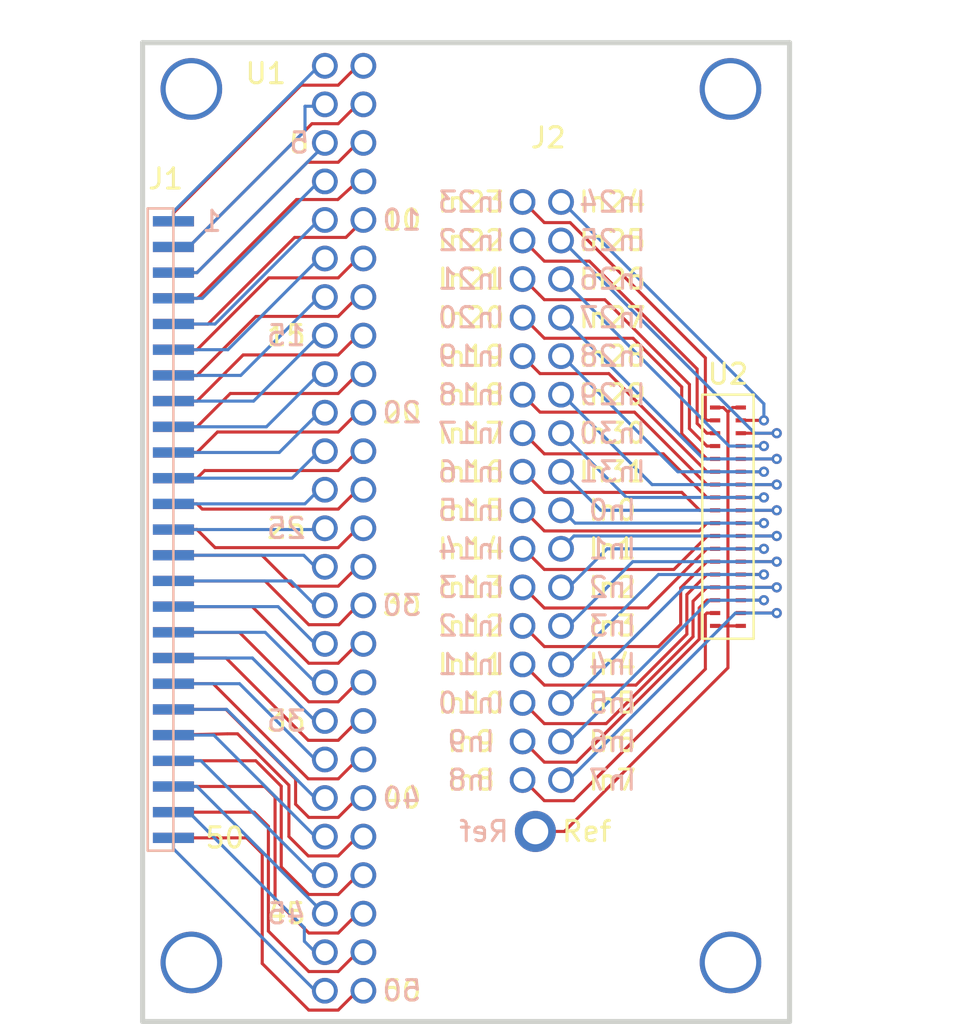
<source format=kicad_pcb>
(kicad_pcb (version 20171130) (host pcbnew "(5.1.5)-3")

  (general
    (thickness 1.6)
    (drawings 4)
    (tracks 345)
    (zones 0)
    (modules 4)
    (nets 84)
  )

  (page A4)
  (layers
    (0 F.Cu signal)
    (31 B.Cu signal)
    (32 B.Adhes user)
    (33 F.Adhes user)
    (34 B.Paste user)
    (35 F.Paste user)
    (36 B.SilkS user)
    (37 F.SilkS user)
    (38 B.Mask user)
    (39 F.Mask user)
    (40 Dwgs.User user)
    (41 Cmts.User user)
    (42 Eco1.User user)
    (43 Eco2.User user)
    (44 Edge.Cuts user)
    (45 Margin user)
    (46 B.CrtYd user)
    (47 F.CrtYd user)
    (48 B.Fab user)
    (49 F.Fab user)
  )

  (setup
    (last_trace_width 0.1524)
    (user_trace_width 0.1524)
    (trace_clearance 0.1524)
    (zone_clearance 0.508)
    (zone_45_only no)
    (trace_min 0.1524)
    (via_size 0.508)
    (via_drill 0.254)
    (via_min_size 0.127)
    (via_min_drill 0.127)
    (user_via 0.508 0.254)
    (user_via 3.048 2.54)
    (uvia_size 0.3)
    (uvia_drill 0.1016)
    (uvias_allowed no)
    (uvia_min_size 0.1016)
    (uvia_min_drill 0.1016)
    (edge_width 0.05)
    (segment_width 0.2)
    (pcb_text_width 0.3)
    (pcb_text_size 1.5 1.5)
    (mod_edge_width 0.12)
    (mod_text_size 1 1)
    (mod_text_width 0.15)
    (pad_size 1.524 1.524)
    (pad_drill 0.762)
    (pad_to_mask_clearance 0.051)
    (solder_mask_min_width 0.25)
    (aux_axis_origin 0 0)
    (visible_elements 7FFFFFFF)
    (pcbplotparams
      (layerselection 0x010fc_ffffffff)
      (usegerberextensions false)
      (usegerberattributes false)
      (usegerberadvancedattributes false)
      (creategerberjobfile false)
      (excludeedgelayer true)
      (linewidth 0.100000)
      (plotframeref false)
      (viasonmask false)
      (mode 1)
      (useauxorigin false)
      (hpglpennumber 1)
      (hpglpenspeed 20)
      (hpglpendiameter 15.000000)
      (psnegative false)
      (psa4output false)
      (plotreference true)
      (plotvalue true)
      (plotinvisibletext false)
      (padsonsilk false)
      (subtractmaskfromsilk false)
      (outputformat 1)
      (mirror false)
      (drillshape 1)
      (scaleselection 1)
      (outputdirectory ""))
  )

  (net 0 "")
  (net 1 /1)
  (net 2 /3)
  (net 3 /5)
  (net 4 /7)
  (net 5 /9)
  (net 6 /11)
  (net 7 /13)
  (net 8 /15)
  (net 9 /17)
  (net 10 /19)
  (net 11 /21)
  (net 12 /23)
  (net 13 /25)
  (net 14 /27)
  (net 15 /29)
  (net 16 /31)
  (net 17 /33)
  (net 18 /35)
  (net 19 /37)
  (net 20 /39)
  (net 21 /41)
  (net 22 /43)
  (net 23 /45)
  (net 24 /47)
  (net 25 /49)
  (net 26 /2)
  (net 27 /4)
  (net 28 /6)
  (net 29 /8)
  (net 30 /10)
  (net 31 /12)
  (net 32 /14)
  (net 33 /16)
  (net 34 /18)
  (net 35 /20)
  (net 36 /22)
  (net 37 /24)
  (net 38 /26)
  (net 39 /28)
  (net 40 /30)
  (net 41 /32)
  (net 42 /34)
  (net 43 /36)
  (net 44 /38)
  (net 45 /40)
  (net 46 /42)
  (net 47 /44)
  (net 48 /46)
  (net 49 /48)
  (net 50 /50)
  (net 51 "Net-(J2-Pad1)")
  (net 52 "Net-(J2-Pad2)")
  (net 53 "Net-(J2-Pad3)")
  (net 54 "Net-(J2-Pad4)")
  (net 55 "Net-(J2-Pad5)")
  (net 56 "Net-(J2-Pad6)")
  (net 57 "Net-(J2-Pad7)")
  (net 58 "Net-(J2-Pad8)")
  (net 59 "Net-(J2-Pad9)")
  (net 60 "Net-(J2-Pad10)")
  (net 61 "Net-(J2-Pad11)")
  (net 62 "Net-(J2-Pad12)")
  (net 63 "Net-(J2-Pad13)")
  (net 64 "Net-(J2-Pad14)")
  (net 65 "Net-(J2-Pad15)")
  (net 66 "Net-(J2-Pad16)")
  (net 67 /In_16)
  (net 68 /In_17)
  (net 69 /In_18)
  (net 70 /In_19)
  (net 71 /In_20)
  (net 72 /In_21)
  (net 73 /In_22)
  (net 74 /In_23)
  (net 75 /In_24)
  (net 76 /In_25)
  (net 77 /In_26)
  (net 78 /In_27)
  (net 79 /In_28)
  (net 80 /In_29)
  (net 81 /In_30)
  (net 82 /In_31)
  (net 83 /Ref)

  (net_class Default "This is the default net class."
    (clearance 0.1524)
    (trace_width 0.1524)
    (via_dia 0.508)
    (via_drill 0.254)
    (uvia_dia 0.3)
    (uvia_drill 0.1016)
    (add_net /1)
    (add_net /10)
    (add_net /11)
    (add_net /12)
    (add_net /13)
    (add_net /14)
    (add_net /15)
    (add_net /16)
    (add_net /17)
    (add_net /18)
    (add_net /19)
    (add_net /2)
    (add_net /20)
    (add_net /21)
    (add_net /22)
    (add_net /23)
    (add_net /24)
    (add_net /25)
    (add_net /26)
    (add_net /27)
    (add_net /28)
    (add_net /29)
    (add_net /3)
    (add_net /30)
    (add_net /31)
    (add_net /32)
    (add_net /33)
    (add_net /34)
    (add_net /35)
    (add_net /36)
    (add_net /37)
    (add_net /38)
    (add_net /39)
    (add_net /4)
    (add_net /40)
    (add_net /41)
    (add_net /42)
    (add_net /43)
    (add_net /44)
    (add_net /45)
    (add_net /46)
    (add_net /47)
    (add_net /48)
    (add_net /49)
    (add_net /5)
    (add_net /50)
    (add_net /6)
    (add_net /7)
    (add_net /8)
    (add_net /9)
    (add_net /In_16)
    (add_net /In_17)
    (add_net /In_18)
    (add_net /In_19)
    (add_net /In_20)
    (add_net /In_21)
    (add_net /In_22)
    (add_net /In_23)
    (add_net /In_24)
    (add_net /In_25)
    (add_net /In_26)
    (add_net /In_27)
    (add_net /In_28)
    (add_net /In_29)
    (add_net /In_30)
    (add_net /In_31)
    (add_net /Ref)
    (add_net "Net-(J2-Pad1)")
    (add_net "Net-(J2-Pad10)")
    (add_net "Net-(J2-Pad11)")
    (add_net "Net-(J2-Pad12)")
    (add_net "Net-(J2-Pad13)")
    (add_net "Net-(J2-Pad14)")
    (add_net "Net-(J2-Pad15)")
    (add_net "Net-(J2-Pad16)")
    (add_net "Net-(J2-Pad2)")
    (add_net "Net-(J2-Pad3)")
    (add_net "Net-(J2-Pad4)")
    (add_net "Net-(J2-Pad5)")
    (add_net "Net-(J2-Pad6)")
    (add_net "Net-(J2-Pad7)")
    (add_net "Net-(J2-Pad8)")
    (add_net "Net-(J2-Pad9)")
  )

  (module EMG_wireless_interconnect:Samtec_xconn_point (layer F.Cu) (tedit 5FA5B720) (tstamp 5FA5D28A)
    (at 148.209 83.947)
    (path /5FA1C59E)
    (fp_text reference U1 (at -4.191 2.286) (layer F.SilkS)
      (effects (font (size 1 1) (thickness 0.15)))
    )
    (fp_text value Conn_1x50 (at 0 -0.5) (layer F.Fab)
      (effects (font (size 1 1) (thickness 0.15)))
    )
    (fp_text user 35 (at -3.175 34.29 -180) (layer B.SilkS)
      (effects (font (size 1 1) (thickness 0.15)) (justify mirror))
    )
    (fp_text user 25 (at -3.175 24.765 -180) (layer B.SilkS)
      (effects (font (size 1 1) (thickness 0.15)) (justify mirror))
    )
    (fp_text user 5 (at -2.54 5.715 -180) (layer B.SilkS)
      (effects (font (size 1 1) (thickness 0.15)) (justify mirror))
    )
    (fp_text user 45 (at -3.175 43.815 -180) (layer B.SilkS)
      (effects (font (size 1 1) (thickness 0.15)) (justify mirror))
    )
    (fp_text user 15 (at -3.175 15.24 -180) (layer B.SilkS)
      (effects (font (size 1 1) (thickness 0.15)) (justify mirror))
    )
    (fp_text user 30 (at 2.54 28.575 180) (layer B.SilkS)
      (effects (font (size 1 1) (thickness 0.15)) (justify mirror))
    )
    (fp_text user 20 (at 2.54 19.05 180) (layer B.SilkS)
      (effects (font (size 1 1) (thickness 0.15)) (justify mirror))
    )
    (fp_text user 10 (at 2.54 9.525 180) (layer B.SilkS)
      (effects (font (size 1 1) (thickness 0.15)) (justify mirror))
    )
    (fp_text user 40 (at 2.54 38.1 180) (layer B.SilkS)
      (effects (font (size 1 1) (thickness 0.15)) (justify mirror))
    )
    (fp_text user 50 (at 2.54 47.625 180) (layer B.SilkS)
      (effects (font (size 1 1) (thickness 0.15)) (justify mirror))
    )
    (fp_text user 5 (at -2.54 5.715) (layer F.SilkS)
      (effects (font (size 1 1) (thickness 0.15)))
    )
    (fp_text user 15 (at -3.175 15.24) (layer F.SilkS)
      (effects (font (size 1 1) (thickness 0.15)))
    )
    (fp_text user 25 (at -3.175 24.765) (layer F.SilkS)
      (effects (font (size 1 1) (thickness 0.15)))
    )
    (fp_text user 35 (at -3.175 34.29) (layer F.SilkS)
      (effects (font (size 1 1) (thickness 0.15)))
    )
    (fp_text user 45 (at -3.175 43.815) (layer F.SilkS)
      (effects (font (size 1 1) (thickness 0.15)))
    )
    (fp_text user 50 (at 2.54 47.625) (layer F.SilkS)
      (effects (font (size 1 1) (thickness 0.15)))
    )
    (fp_text user 40 (at 2.54 38.1) (layer F.SilkS)
      (effects (font (size 1 1) (thickness 0.15)))
    )
    (fp_text user 30 (at 2.54 28.575) (layer F.SilkS)
      (effects (font (size 1 1) (thickness 0.15)))
    )
    (fp_text user 20 (at 2.54 19.05) (layer F.SilkS)
      (effects (font (size 1 1) (thickness 0.15)))
    )
    (fp_text user 10 (at 2.54 9.525) (layer F.SilkS)
      (effects (font (size 1 1) (thickness 0.15)))
    )
    (pad 50 thru_hole circle (at 0.635 47.625) (size 1.27 1.27) (drill 0.889) (layers *.Cu *.Mask)
      (net 50 /50))
    (pad 49 thru_hole circle (at -1.27 47.625) (size 1.27 1.27) (drill 0.889) (layers *.Cu *.Mask)
      (net 25 /49))
    (pad 48 thru_hole circle (at 0.635 45.72) (size 1.27 1.27) (drill 0.889) (layers *.Cu *.Mask)
      (net 49 /48))
    (pad 47 thru_hole circle (at -1.27 45.72) (size 1.27 1.27) (drill 0.889) (layers *.Cu *.Mask)
      (net 24 /47))
    (pad 46 thru_hole circle (at 0.635 43.815) (size 1.27 1.27) (drill 0.889) (layers *.Cu *.Mask)
      (net 48 /46))
    (pad 45 thru_hole circle (at -1.27 43.815) (size 1.27 1.27) (drill 0.889) (layers *.Cu *.Mask)
      (net 23 /45))
    (pad 44 thru_hole circle (at 0.635 41.91) (size 1.27 1.27) (drill 0.889) (layers *.Cu *.Mask)
      (net 47 /44))
    (pad 43 thru_hole circle (at -1.27 41.91) (size 1.27 1.27) (drill 0.889) (layers *.Cu *.Mask)
      (net 22 /43))
    (pad 42 thru_hole circle (at 0.635 40.005) (size 1.27 1.27) (drill 0.889) (layers *.Cu *.Mask)
      (net 46 /42))
    (pad 41 thru_hole circle (at -1.27 40.005) (size 1.27 1.27) (drill 0.889) (layers *.Cu *.Mask)
      (net 21 /41))
    (pad 40 thru_hole circle (at 0.635 38.1) (size 1.27 1.27) (drill 0.889) (layers *.Cu *.Mask)
      (net 45 /40))
    (pad 39 thru_hole circle (at -1.27 38.1) (size 1.27 1.27) (drill 0.889) (layers *.Cu *.Mask)
      (net 20 /39))
    (pad 38 thru_hole circle (at 0.635 36.195) (size 1.27 1.27) (drill 0.889) (layers *.Cu *.Mask)
      (net 44 /38))
    (pad 37 thru_hole circle (at -1.27 36.195) (size 1.27 1.27) (drill 0.889) (layers *.Cu *.Mask)
      (net 19 /37))
    (pad 36 thru_hole circle (at 0.635 34.29) (size 1.27 1.27) (drill 0.889) (layers *.Cu *.Mask)
      (net 43 /36))
    (pad 35 thru_hole circle (at -1.27 34.29) (size 1.27 1.27) (drill 0.889) (layers *.Cu *.Mask)
      (net 18 /35))
    (pad 34 thru_hole circle (at 0.635 32.385) (size 1.27 1.27) (drill 0.889) (layers *.Cu *.Mask)
      (net 42 /34))
    (pad 33 thru_hole circle (at -1.27 32.385) (size 1.27 1.27) (drill 0.889) (layers *.Cu *.Mask)
      (net 17 /33))
    (pad 32 thru_hole circle (at 0.635 30.48) (size 1.27 1.27) (drill 0.889) (layers *.Cu *.Mask)
      (net 41 /32))
    (pad 31 thru_hole circle (at -1.27 30.48) (size 1.27 1.27) (drill 0.889) (layers *.Cu *.Mask)
      (net 16 /31))
    (pad 30 thru_hole circle (at 0.635 28.575) (size 1.27 1.27) (drill 0.889) (layers *.Cu *.Mask)
      (net 40 /30))
    (pad 29 thru_hole circle (at -1.27 28.575) (size 1.27 1.27) (drill 0.889) (layers *.Cu *.Mask)
      (net 15 /29))
    (pad 28 thru_hole circle (at 0.635 26.67) (size 1.27 1.27) (drill 0.889) (layers *.Cu *.Mask)
      (net 39 /28))
    (pad 27 thru_hole circle (at -1.27 26.67) (size 1.27 1.27) (drill 0.889) (layers *.Cu *.Mask)
      (net 14 /27))
    (pad 26 thru_hole circle (at 0.635 24.765) (size 1.27 1.27) (drill 0.889) (layers *.Cu *.Mask)
      (net 38 /26))
    (pad 25 thru_hole circle (at -1.27 24.765) (size 1.27 1.27) (drill 0.889) (layers *.Cu *.Mask)
      (net 13 /25))
    (pad 24 thru_hole circle (at 0.635 22.86) (size 1.27 1.27) (drill 0.889) (layers *.Cu *.Mask)
      (net 37 /24))
    (pad 23 thru_hole circle (at -1.27 22.86) (size 1.27 1.27) (drill 0.889) (layers *.Cu *.Mask)
      (net 12 /23))
    (pad 22 thru_hole circle (at 0.635 20.955) (size 1.27 1.27) (drill 0.889) (layers *.Cu *.Mask)
      (net 36 /22))
    (pad 21 thru_hole circle (at -1.27 20.955) (size 1.27 1.27) (drill 0.889) (layers *.Cu *.Mask)
      (net 11 /21))
    (pad 20 thru_hole circle (at 0.635 19.05) (size 1.27 1.27) (drill 0.889) (layers *.Cu *.Mask)
      (net 35 /20))
    (pad 19 thru_hole circle (at -1.27 19.05) (size 1.27 1.27) (drill 0.889) (layers *.Cu *.Mask)
      (net 10 /19))
    (pad 18 thru_hole circle (at 0.635 17.145) (size 1.27 1.27) (drill 0.889) (layers *.Cu *.Mask)
      (net 34 /18))
    (pad 17 thru_hole circle (at -1.27 17.145) (size 1.27 1.27) (drill 0.889) (layers *.Cu *.Mask)
      (net 9 /17))
    (pad 16 thru_hole circle (at 0.635 15.24) (size 1.27 1.27) (drill 0.889) (layers *.Cu *.Mask)
      (net 33 /16))
    (pad 15 thru_hole circle (at -1.27 15.24) (size 1.27 1.27) (drill 0.889) (layers *.Cu *.Mask)
      (net 8 /15))
    (pad 14 thru_hole circle (at 0.635 13.335) (size 1.27 1.27) (drill 0.889) (layers *.Cu *.Mask)
      (net 32 /14))
    (pad 13 thru_hole circle (at -1.27 13.335) (size 1.27 1.27) (drill 0.889) (layers *.Cu *.Mask)
      (net 7 /13))
    (pad 12 thru_hole circle (at 0.635 11.43) (size 1.27 1.27) (drill 0.889) (layers *.Cu *.Mask)
      (net 31 /12))
    (pad 11 thru_hole circle (at -1.27 11.43) (size 1.27 1.27) (drill 0.889) (layers *.Cu *.Mask)
      (net 6 /11))
    (pad 10 thru_hole circle (at 0.635 9.525) (size 1.27 1.27) (drill 0.889) (layers *.Cu *.Mask)
      (net 30 /10))
    (pad 9 thru_hole circle (at -1.27 9.525) (size 1.27 1.27) (drill 0.889) (layers *.Cu *.Mask)
      (net 5 /9))
    (pad 8 thru_hole circle (at 0.635 7.62) (size 1.27 1.27) (drill 0.889) (layers *.Cu *.Mask)
      (net 29 /8))
    (pad 7 thru_hole circle (at -1.27 7.62) (size 1.27 1.27) (drill 0.889) (layers *.Cu *.Mask)
      (net 4 /7))
    (pad 6 thru_hole circle (at 0.635 5.715) (size 1.27 1.27) (drill 0.889) (layers *.Cu *.Mask)
      (net 28 /6))
    (pad 5 thru_hole circle (at -1.27 5.715) (size 1.27 1.27) (drill 0.889) (layers *.Cu *.Mask)
      (net 3 /5))
    (pad 4 thru_hole circle (at 0.635 3.81) (size 1.27 1.27) (drill 0.889) (layers *.Cu *.Mask)
      (net 27 /4))
    (pad 3 thru_hole circle (at -1.27 3.81) (size 1.27 1.27) (drill 0.889) (layers *.Cu *.Mask)
      (net 2 /3))
    (pad 2 thru_hole circle (at 0.635 1.905) (size 1.27 1.27) (drill 0.889) (layers *.Cu *.Mask)
      (net 26 /2))
    (pad 1 thru_hole circle (at -1.27 1.905) (size 1.27 1.27) (drill 0.889) (layers *.Cu *.Mask)
      (net 1 /1))
  )

  (module EMG_wireless_interconnect:Omnetics_A79026 (layer F.Cu) (tedit 5FA581A1) (tstamp 5FA59841)
    (at 166.878 102.108)
    (path /5FA1D5F9)
    (fp_text reference U2 (at 0 -1.016) (layer F.SilkS)
      (effects (font (size 1 1) (thickness 0.15)))
    )
    (fp_text value Omnetics_A79026 (at 5.334 13.462) (layer F.Fab)
      (effects (font (size 1 1) (thickness 0.15)))
    )
    (fp_line (start -1.27 12.065) (end -1.27 0) (layer F.SilkS) (width 0.12))
    (fp_line (start 1.27 12.065) (end -1.27 12.065) (layer F.SilkS) (width 0.12))
    (fp_line (start 1.27 0) (end 1.27 12.065) (layer F.SilkS) (width 0.12))
    (fp_line (start -1.27 0) (end 1.27 0) (layer F.SilkS) (width 0.12))
    (pad 36 smd rect (at 0.635 0.635) (size 0.508 0.2032) (layers F.Cu F.Paste F.Mask)
      (net 83 /Ref))
    (pad 35 smd rect (at -0.635 0.635) (size 0.508 0.2032) (layers F.Cu F.Paste F.Mask)
      (net 83 /Ref))
    (pad 34 smd rect (at -0.635 11.43) (size 0.508 0.2032) (layers F.Cu F.Paste F.Mask)
      (net 83 /Ref))
    (pad 33 smd rect (at 0.635 11.43) (size 0.508 0.2032) (layers F.Cu F.Paste F.Mask)
      (net 83 /Ref))
    (pad 7 smd rect (at 0.635 10.16) (size 0.508 0.2032) (layers F.Cu F.Paste F.Mask)
      (net 57 "Net-(J2-Pad7)"))
    (pad 6 smd rect (at 0.635 9.525) (size 0.508 0.2032) (layers F.Cu F.Paste F.Mask)
      (net 56 "Net-(J2-Pad6)"))
    (pad 5 smd rect (at 0.635 8.89) (size 0.508 0.2032) (layers F.Cu F.Paste F.Mask)
      (net 55 "Net-(J2-Pad5)"))
    (pad 4 smd rect (at 0.635 8.255) (size 0.508 0.2032) (layers F.Cu F.Paste F.Mask)
      (net 54 "Net-(J2-Pad4)"))
    (pad 3 smd rect (at 0.635 7.62) (size 0.508 0.2032) (layers F.Cu F.Paste F.Mask)
      (net 53 "Net-(J2-Pad3)"))
    (pad 2 smd rect (at 0.635 6.985) (size 0.508 0.2032) (layers F.Cu F.Paste F.Mask)
      (net 52 "Net-(J2-Pad2)"))
    (pad 1 smd rect (at 0.635 6.35) (size 0.508 0.2032) (layers F.Cu F.Paste F.Mask)
      (net 51 "Net-(J2-Pad1)"))
    (pad 32 smd rect (at 0.635 5.715) (size 0.508 0.2032) (layers F.Cu F.Paste F.Mask)
      (net 82 /In_31))
    (pad 31 smd rect (at 0.635 5.08) (size 0.508 0.2032) (layers F.Cu F.Paste F.Mask)
      (net 81 /In_30))
    (pad 30 smd rect (at 0.635 4.445) (size 0.508 0.2032) (layers F.Cu F.Paste F.Mask)
      (net 80 /In_29))
    (pad 29 smd rect (at 0.635 3.81) (size 0.508 0.2032) (layers F.Cu F.Paste F.Mask)
      (net 79 /In_28))
    (pad 28 smd rect (at 0.635 3.175) (size 0.508 0.2032) (layers F.Cu F.Paste F.Mask)
      (net 78 /In_27))
    (pad 27 smd rect (at 0.635 2.54) (size 0.508 0.2032) (layers F.Cu F.Paste F.Mask)
      (net 77 /In_26))
    (pad 26 smd rect (at 0.635 1.905) (size 0.508 0.2032) (layers F.Cu F.Paste F.Mask)
      (net 76 /In_25))
    (pad 25 smd rect (at 0.635 1.27) (size 0.508 0.2032) (layers F.Cu F.Paste F.Mask)
      (net 75 /In_24))
    (pad 24 smd rect (at -0.635 1.27) (size 0.508 0.2032) (layers F.Cu F.Paste F.Mask)
      (net 74 /In_23))
    (pad 23 smd rect (at -0.635 1.905 180) (size 0.508 0.2032) (layers F.Cu F.Paste F.Mask)
      (net 73 /In_22))
    (pad 22 smd rect (at -0.635 2.54 180) (size 0.508 0.2032) (layers F.Cu F.Paste F.Mask)
      (net 72 /In_21))
    (pad 21 smd rect (at -0.635 3.175 180) (size 0.508 0.2032) (layers F.Cu F.Paste F.Mask)
      (net 71 /In_20))
    (pad 20 smd rect (at -0.635 3.81 180) (size 0.508 0.2032) (layers F.Cu F.Paste F.Mask)
      (net 70 /In_19))
    (pad 19 smd rect (at -0.635 4.445 180) (size 0.508 0.2032) (layers F.Cu F.Paste F.Mask)
      (net 69 /In_18))
    (pad 18 smd rect (at -0.635 5.08 180) (size 0.508 0.2032) (layers F.Cu F.Paste F.Mask)
      (net 68 /In_17))
    (pad 17 smd rect (at -0.635 5.715 180) (size 0.508 0.2032) (layers F.Cu F.Paste F.Mask)
      (net 67 /In_16))
    (pad 16 smd rect (at -0.635 6.35 180) (size 0.508 0.2032) (layers F.Cu F.Paste F.Mask)
      (net 66 "Net-(J2-Pad16)"))
    (pad 15 smd rect (at -0.635 6.985 180) (size 0.508 0.2032) (layers F.Cu F.Paste F.Mask)
      (net 65 "Net-(J2-Pad15)"))
    (pad 14 smd rect (at -0.635 7.62 180) (size 0.508 0.2032) (layers F.Cu F.Paste F.Mask)
      (net 64 "Net-(J2-Pad14)"))
    (pad 13 smd rect (at -0.635 8.255 180) (size 0.508 0.2032) (layers F.Cu F.Paste F.Mask)
      (net 63 "Net-(J2-Pad13)"))
    (pad 12 smd rect (at -0.635 8.89 180) (size 0.508 0.2032) (layers F.Cu F.Paste F.Mask)
      (net 62 "Net-(J2-Pad12)"))
    (pad 11 smd rect (at -0.635 9.525 180) (size 0.508 0.2032) (layers F.Cu F.Paste F.Mask)
      (net 61 "Net-(J2-Pad11)"))
    (pad 10 smd rect (at -0.635 10.16 180) (size 0.508 0.2032) (layers F.Cu F.Paste F.Mask)
      (net 60 "Net-(J2-Pad10)"))
    (pad 9 smd rect (at -0.635 10.795 180) (size 0.508 0.2032) (layers F.Cu F.Paste F.Mask)
      (net 59 "Net-(J2-Pad9)"))
    (pad 8 smd rect (at 0.635 10.795 180) (size 0.508 0.2032) (layers F.Cu F.Paste F.Mask)
      (net 58 "Net-(J2-Pad8)"))
  )

  (module EMG_wireless_interconnect:Omnetics_xconn_point (layer F.Cu) (tedit 5FA5B4B3) (tstamp 5FA5C3DC)
    (at 157.353 91.313)
    (path /5FA4B9AA)
    (fp_text reference J2 (at 0.635 -1.905) (layer F.SilkS)
      (effects (font (size 1 1) (thickness 0.15)))
    )
    (fp_text value Conn_01x33 (at 0 -0.5) (layer F.Fab)
      (effects (font (size 1 1) (thickness 0.15)))
    )
    (fp_text user Ref (at -2.54 32.385) (layer B.SilkS)
      (effects (font (size 1 1) (thickness 0.15)) (justify mirror))
    )
    (fp_text user In24 (at 3.81 1.27 180) (layer B.SilkS)
      (effects (font (size 1 1) (thickness 0.15)) (justify mirror))
    )
    (fp_text user In28 (at 3.81 8.89 180) (layer B.SilkS)
      (effects (font (size 1 1) (thickness 0.15)) (justify mirror))
    )
    (fp_text user In30 (at 3.81 12.7 180) (layer B.SilkS)
      (effects (font (size 1 1) (thickness 0.15)) (justify mirror))
    )
    (fp_text user In31 (at 3.81 14.605 180) (layer B.SilkS)
      (effects (font (size 1 1) (thickness 0.15)) (justify mirror))
    )
    (fp_text user In27 (at 3.81 6.985 180) (layer B.SilkS)
      (effects (font (size 1 1) (thickness 0.15)) (justify mirror))
    )
    (fp_text user In29 (at 3.81 10.795 180) (layer B.SilkS)
      (effects (font (size 1 1) (thickness 0.15)) (justify mirror))
    )
    (fp_text user In26 (at 3.81 5.08 180) (layer B.SilkS)
      (effects (font (size 1 1) (thickness 0.15)) (justify mirror))
    )
    (fp_text user In25 (at 3.81 3.175 180) (layer B.SilkS)
      (effects (font (size 1 1) (thickness 0.15)) (justify mirror))
    )
    (fp_text user In0 (at 3.81 16.51 180) (layer B.SilkS)
      (effects (font (size 1 1) (thickness 0.15)) (justify mirror))
    )
    (fp_text user In1 (at 3.81 18.415 180) (layer B.SilkS)
      (effects (font (size 1 1) (thickness 0.15)) (justify mirror))
    )
    (fp_text user In2 (at 3.81 20.32 180) (layer B.SilkS)
      (effects (font (size 1 1) (thickness 0.15)) (justify mirror))
    )
    (fp_text user In3 (at 3.81 22.225 180) (layer B.SilkS)
      (effects (font (size 1 1) (thickness 0.15)) (justify mirror))
    )
    (fp_text user In4 (at 3.81 24.13 180) (layer B.SilkS)
      (effects (font (size 1 1) (thickness 0.15)) (justify mirror))
    )
    (fp_text user In5 (at 3.81 26.035 180) (layer B.SilkS)
      (effects (font (size 1 1) (thickness 0.15)) (justify mirror))
    )
    (fp_text user In6 (at 3.81 27.94 180) (layer B.SilkS)
      (effects (font (size 1 1) (thickness 0.15)) (justify mirror))
    )
    (fp_text user In7 (at 3.81 29.845 180) (layer B.SilkS)
      (effects (font (size 1 1) (thickness 0.15)) (justify mirror))
    )
    (fp_text user In13 (at -3.175 20.32 180) (layer B.SilkS)
      (effects (font (size 1 1) (thickness 0.15)) (justify mirror))
    )
    (fp_text user In17 (at -3.175 12.7 180) (layer B.SilkS)
      (effects (font (size 1 1) (thickness 0.15)) (justify mirror))
    )
    (fp_text user In18 (at -3.175 10.795 180) (layer B.SilkS)
      (effects (font (size 1 1) (thickness 0.15)) (justify mirror))
    )
    (fp_text user In19 (at -3.175 8.89 180) (layer B.SilkS)
      (effects (font (size 1 1) (thickness 0.15)) (justify mirror))
    )
    (fp_text user In21 (at -3.175 5.08 180) (layer B.SilkS)
      (effects (font (size 1 1) (thickness 0.15)) (justify mirror))
    )
    (fp_text user In22 (at -3.175 3.175 180) (layer B.SilkS)
      (effects (font (size 1 1) (thickness 0.15)) (justify mirror))
    )
    (fp_text user In10 (at -3.175 26.035 180) (layer B.SilkS)
      (effects (font (size 1 1) (thickness 0.15)) (justify mirror))
    )
    (fp_text user In9 (at -3.175 27.94 180) (layer B.SilkS)
      (effects (font (size 1 1) (thickness 0.15)) (justify mirror))
    )
    (fp_text user In11 (at -3.175 24.13 180) (layer B.SilkS)
      (effects (font (size 1 1) (thickness 0.15)) (justify mirror))
    )
    (fp_text user In15 (at -3.175 16.51 180) (layer B.SilkS)
      (effects (font (size 1 1) (thickness 0.15)) (justify mirror))
    )
    (fp_text user In20 (at -3.175 6.985 180) (layer B.SilkS)
      (effects (font (size 1 1) (thickness 0.15)) (justify mirror))
    )
    (fp_text user In14 (at -3.175 18.415 180) (layer B.SilkS)
      (effects (font (size 1 1) (thickness 0.15)) (justify mirror))
    )
    (fp_text user In8 (at -3.175 29.845 180) (layer B.SilkS)
      (effects (font (size 1 1) (thickness 0.15)) (justify mirror))
    )
    (fp_text user In16 (at -3.175 14.605 180) (layer B.SilkS)
      (effects (font (size 1 1) (thickness 0.15)) (justify mirror))
    )
    (fp_text user In12 (at -3.175 22.225 180) (layer B.SilkS)
      (effects (font (size 1 1) (thickness 0.15)) (justify mirror))
    )
    (fp_text user In23 (at -3.175 1.27) (layer B.SilkS)
      (effects (font (size 1 1) (thickness 0.15)) (justify mirror))
    )
    (fp_text user Ref (at 2.54 32.385) (layer F.SilkS)
      (effects (font (size 1 1) (thickness 0.15)))
    )
    (fp_text user In31 (at 3.81 14.605) (layer F.SilkS)
      (effects (font (size 1 1) (thickness 0.15)))
    )
    (fp_text user In30 (at 3.81 12.7) (layer F.SilkS)
      (effects (font (size 1 1) (thickness 0.15)))
    )
    (fp_text user In29 (at 3.81 10.795) (layer F.SilkS)
      (effects (font (size 1 1) (thickness 0.15)))
    )
    (fp_text user In28 (at 3.81 8.89) (layer F.SilkS)
      (effects (font (size 1 1) (thickness 0.15)))
    )
    (fp_text user In27 (at 3.81 6.985) (layer F.SilkS)
      (effects (font (size 1 1) (thickness 0.15)))
    )
    (fp_text user In26 (at 3.81 5.08) (layer F.SilkS)
      (effects (font (size 1 1) (thickness 0.15)))
    )
    (fp_text user In25 (at 3.81 3.175) (layer F.SilkS)
      (effects (font (size 1 1) (thickness 0.15)))
    )
    (fp_text user In24 (at 3.81 1.27) (layer F.SilkS)
      (effects (font (size 1 1) (thickness 0.15)))
    )
    (fp_text user In23 (at -3.175 1.27) (layer F.SilkS)
      (effects (font (size 1 1) (thickness 0.15)))
    )
    (fp_text user In22 (at -3.175 3.175) (layer F.SilkS)
      (effects (font (size 1 1) (thickness 0.15)))
    )
    (fp_text user In21 (at -3.175 5.08) (layer F.SilkS)
      (effects (font (size 1 1) (thickness 0.15)))
    )
    (fp_text user In20 (at -3.175 6.985) (layer F.SilkS)
      (effects (font (size 1 1) (thickness 0.15)))
    )
    (fp_text user In19 (at -3.175 8.89) (layer F.SilkS)
      (effects (font (size 1 1) (thickness 0.15)))
    )
    (fp_text user In18 (at -3.175 10.795) (layer F.SilkS)
      (effects (font (size 1 1) (thickness 0.15)))
    )
    (fp_text user In17 (at -3.175 12.7) (layer F.SilkS)
      (effects (font (size 1 1) (thickness 0.15)))
    )
    (fp_text user In16 (at -3.175 14.605) (layer F.SilkS)
      (effects (font (size 1 1) (thickness 0.15)))
    )
    (fp_text user In15 (at -3.175 16.51) (layer F.SilkS)
      (effects (font (size 1 1) (thickness 0.15)))
    )
    (fp_text user In14 (at -3.175 18.415) (layer F.SilkS)
      (effects (font (size 1 1) (thickness 0.15)))
    )
    (fp_text user In13 (at -3.175 20.32) (layer F.SilkS)
      (effects (font (size 1 1) (thickness 0.15)))
    )
    (fp_text user In12 (at -3.175 22.225) (layer F.SilkS)
      (effects (font (size 1 1) (thickness 0.15)))
    )
    (fp_text user In11 (at -3.175 24.13) (layer F.SilkS)
      (effects (font (size 1 1) (thickness 0.15)))
    )
    (fp_text user In10 (at -3.175 26.035) (layer F.SilkS)
      (effects (font (size 1 1) (thickness 0.15)))
    )
    (fp_text user In9 (at -3.175 27.94) (layer F.SilkS)
      (effects (font (size 1 1) (thickness 0.15)))
    )
    (fp_text user In8 (at -3.175 29.845) (layer F.SilkS)
      (effects (font (size 1 1) (thickness 0.15)))
    )
    (fp_text user In7 (at 3.81 29.845) (layer F.SilkS)
      (effects (font (size 1 1) (thickness 0.15)))
    )
    (fp_text user In6 (at 3.81 27.94) (layer F.SilkS)
      (effects (font (size 1 1) (thickness 0.15)))
    )
    (fp_text user In5 (at 3.81 26.035) (layer F.SilkS)
      (effects (font (size 1 1) (thickness 0.15)))
    )
    (fp_text user In4 (at 3.81 24.13) (layer F.SilkS)
      (effects (font (size 1 1) (thickness 0.15)))
    )
    (fp_text user In3 (at 3.81 22.225) (layer F.SilkS)
      (effects (font (size 1 1) (thickness 0.15)))
    )
    (fp_text user In2 (at 3.81 20.32) (layer F.SilkS)
      (effects (font (size 1 1) (thickness 0.15)))
    )
    (fp_text user In1 (at 3.81 18.415) (layer F.SilkS)
      (effects (font (size 1 1) (thickness 0.15)))
    )
    (fp_text user In0 (at 3.81 16.51) (layer F.SilkS)
      (effects (font (size 1 1) (thickness 0.15)))
    )
    (pad 33 thru_hole circle (at 0 32.385) (size 2.032 2.032) (drill 1.27) (layers *.Cu *.Mask)
      (net 83 /Ref))
    (pad 32 thru_hole circle (at 1.27 14.605) (size 1.27 1.27) (drill 0.889) (layers *.Cu *.Mask)
      (net 82 /In_31))
    (pad 31 thru_hole circle (at 1.27 12.7) (size 1.27 1.27) (drill 0.889) (layers *.Cu *.Mask)
      (net 81 /In_30))
    (pad 30 thru_hole circle (at 1.27 10.795) (size 1.27 1.27) (drill 0.889) (layers *.Cu *.Mask)
      (net 80 /In_29))
    (pad 29 thru_hole circle (at 1.27 8.89) (size 1.27 1.27) (drill 0.889) (layers *.Cu *.Mask)
      (net 79 /In_28))
    (pad 28 thru_hole circle (at 1.27 6.985) (size 1.27 1.27) (drill 0.889) (layers *.Cu *.Mask)
      (net 78 /In_27))
    (pad 27 thru_hole circle (at 1.27 5.08) (size 1.27 1.27) (drill 0.889) (layers *.Cu *.Mask)
      (net 77 /In_26))
    (pad 26 thru_hole circle (at 1.27 3.175) (size 1.27 1.27) (drill 0.889) (layers *.Cu *.Mask)
      (net 76 /In_25))
    (pad 25 thru_hole circle (at 1.27 1.27) (size 1.27 1.27) (drill 0.889) (layers *.Cu *.Mask)
      (net 75 /In_24))
    (pad 24 thru_hole circle (at -0.635 1.27) (size 1.27 1.27) (drill 0.889) (layers *.Cu *.Mask)
      (net 74 /In_23))
    (pad 23 thru_hole circle (at -0.635 3.175) (size 1.27 1.27) (drill 0.889) (layers *.Cu *.Mask)
      (net 73 /In_22))
    (pad 22 thru_hole circle (at -0.635 5.08) (size 1.27 1.27) (drill 0.889) (layers *.Cu *.Mask)
      (net 72 /In_21))
    (pad 21 thru_hole circle (at -0.635 6.985) (size 1.27 1.27) (drill 0.889) (layers *.Cu *.Mask)
      (net 71 /In_20))
    (pad 20 thru_hole circle (at -0.635 8.89) (size 1.27 1.27) (drill 0.889) (layers *.Cu *.Mask)
      (net 70 /In_19))
    (pad 19 thru_hole circle (at -0.635 10.795) (size 1.27 1.27) (drill 0.889) (layers *.Cu *.Mask)
      (net 69 /In_18))
    (pad 18 thru_hole circle (at -0.635 12.7) (size 1.27 1.27) (drill 0.889) (layers *.Cu *.Mask)
      (net 68 /In_17))
    (pad 17 thru_hole circle (at -0.635 14.605) (size 1.27 1.27) (drill 0.889) (layers *.Cu *.Mask)
      (net 67 /In_16))
    (pad 16 thru_hole circle (at -0.635 16.51) (size 1.27 1.27) (drill 0.889) (layers *.Cu *.Mask)
      (net 66 "Net-(J2-Pad16)"))
    (pad 15 thru_hole circle (at -0.635 18.415) (size 1.27 1.27) (drill 0.889) (layers *.Cu *.Mask)
      (net 65 "Net-(J2-Pad15)"))
    (pad 14 thru_hole circle (at -0.635 20.32) (size 1.27 1.27) (drill 0.889) (layers *.Cu *.Mask)
      (net 64 "Net-(J2-Pad14)"))
    (pad 13 thru_hole circle (at -0.635 22.225) (size 1.27 1.27) (drill 0.889) (layers *.Cu *.Mask)
      (net 63 "Net-(J2-Pad13)"))
    (pad 12 thru_hole circle (at -0.635 24.13) (size 1.27 1.27) (drill 0.889) (layers *.Cu *.Mask)
      (net 62 "Net-(J2-Pad12)"))
    (pad 11 thru_hole circle (at -0.635 26.035) (size 1.27 1.27) (drill 0.889) (layers *.Cu *.Mask)
      (net 61 "Net-(J2-Pad11)"))
    (pad 10 thru_hole circle (at -0.635 27.94) (size 1.27 1.27) (drill 0.889) (layers *.Cu *.Mask)
      (net 60 "Net-(J2-Pad10)"))
    (pad 9 thru_hole circle (at -0.635 29.845) (size 1.27 1.27) (drill 0.889) (layers *.Cu *.Mask)
      (net 59 "Net-(J2-Pad9)"))
    (pad 8 thru_hole circle (at 1.27 29.845) (size 1.27 1.27) (drill 0.889) (layers *.Cu *.Mask)
      (net 58 "Net-(J2-Pad8)"))
    (pad 7 thru_hole circle (at 1.27 27.94) (size 1.27 1.27) (drill 0.889) (layers *.Cu *.Mask)
      (net 57 "Net-(J2-Pad7)"))
    (pad 6 thru_hole circle (at 1.27 26.035) (size 1.27 1.27) (drill 0.889) (layers *.Cu *.Mask)
      (net 56 "Net-(J2-Pad6)"))
    (pad 5 thru_hole circle (at 1.27 24.13) (size 1.27 1.27) (drill 0.889) (layers *.Cu *.Mask)
      (net 55 "Net-(J2-Pad5)"))
    (pad 4 thru_hole circle (at 1.27 22.225) (size 1.27 1.27) (drill 0.889) (layers *.Cu *.Mask)
      (net 54 "Net-(J2-Pad4)"))
    (pad 3 thru_hole circle (at 1.27 20.32) (size 1.27 1.27) (drill 0.889) (layers *.Cu *.Mask)
      (net 53 "Net-(J2-Pad3)"))
    (pad 2 thru_hole circle (at 1.27 18.415) (size 1.27 1.27) (drill 0.889) (layers *.Cu *.Mask)
      (net 52 "Net-(J2-Pad2)"))
    (pad 1 thru_hole circle (at 1.27 16.51) (size 1.27 1.27) (drill 0.889) (layers *.Cu *.Mask)
      (net 51 "Net-(J2-Pad1)"))
  )

  (module EMG_wireless_interconnect:Samtec_edge (layer F.Cu) (tedit 5FA57764) (tstamp 5FA58E90)
    (at 139.446 91.6305)
    (path /5FA20174)
    (fp_text reference J1 (at -0.381 -0.1905) (layer F.SilkS)
      (effects (font (size 1 1) (thickness 0.15)))
    )
    (fp_text value Conn_02x25_Odd_Even (at 0 -0.5) (layer F.Fab)
      (effects (font (size 1 1) (thickness 0.15)))
    )
    (fp_line (start -1.27 1.27) (end 0 1.27) (layer F.SilkS) (width 0.12))
    (fp_line (start 0 1.27) (end 0 33.02) (layer F.SilkS) (width 0.12))
    (fp_line (start 0 33.02) (end -1.27 33.02) (layer F.SilkS) (width 0.12))
    (fp_line (start -1.27 33.02) (end -1.27 1.27) (layer F.SilkS) (width 0.12))
    (fp_text user 50 (at 2.54 32.385) (layer F.SilkS)
      (effects (font (size 1 1) (thickness 0.15)))
    )
    (fp_text user 1 (at 1.905 1.905) (layer B.SilkS)
      (effects (font (size 1 1) (thickness 0.15)) (justify mirror))
    )
    (fp_line (start 0 1.27) (end 0 33.02) (layer B.SilkS) (width 0.12))
    (fp_line (start 0 33.02) (end -1.27 33.02) (layer B.SilkS) (width 0.12))
    (fp_line (start -1.27 33.02) (end -1.27 1.27) (layer B.SilkS) (width 0.12))
    (fp_line (start -1.27 1.27) (end 0 1.27) (layer B.SilkS) (width 0.12))
    (pad 1 smd rect (at 0 1.905) (size 2.032 0.508) (layers B.Cu B.Paste B.Mask)
      (net 1 /1))
    (pad 3 smd rect (at 0 3.175) (size 2.032 0.508) (layers B.Cu B.Paste B.Mask)
      (net 2 /3))
    (pad 5 smd rect (at 0 4.445) (size 2.032 0.508) (layers B.Cu B.Paste B.Mask)
      (net 3 /5))
    (pad 7 smd rect (at 0 5.715) (size 2.032 0.508) (layers B.Cu B.Paste B.Mask)
      (net 4 /7))
    (pad 9 smd rect (at 0 6.985) (size 2.032 0.508) (layers B.Cu B.Paste B.Mask)
      (net 5 /9))
    (pad 11 smd rect (at 0 8.255) (size 2.032 0.508) (layers B.Cu B.Paste B.Mask)
      (net 6 /11))
    (pad 13 smd rect (at 0 9.525) (size 2.032 0.508) (layers B.Cu B.Paste B.Mask)
      (net 7 /13))
    (pad 15 smd rect (at 0 10.795) (size 2.032 0.508) (layers B.Cu B.Paste B.Mask)
      (net 8 /15))
    (pad 17 smd rect (at 0 12.065) (size 2.032 0.508) (layers B.Cu B.Paste B.Mask)
      (net 9 /17))
    (pad 19 smd rect (at 0 13.335) (size 2.032 0.508) (layers B.Cu B.Paste B.Mask)
      (net 10 /19))
    (pad 21 smd rect (at 0 14.605) (size 2.032 0.508) (layers B.Cu B.Paste B.Mask)
      (net 11 /21))
    (pad 23 smd rect (at 0 15.875) (size 2.032 0.508) (layers B.Cu B.Paste B.Mask)
      (net 12 /23))
    (pad 25 smd rect (at 0 17.145) (size 2.032 0.508) (layers B.Cu B.Paste B.Mask)
      (net 13 /25))
    (pad 27 smd rect (at 0 18.415) (size 2.032 0.508) (layers B.Cu B.Paste B.Mask)
      (net 14 /27))
    (pad 29 smd rect (at 0 19.685) (size 2.032 0.508) (layers B.Cu B.Paste B.Mask)
      (net 15 /29))
    (pad 31 smd rect (at 0 20.955) (size 2.032 0.508) (layers B.Cu B.Paste B.Mask)
      (net 16 /31))
    (pad 33 smd rect (at 0 22.225) (size 2.032 0.508) (layers B.Cu B.Paste B.Mask)
      (net 17 /33))
    (pad 35 smd rect (at 0 23.495) (size 2.032 0.508) (layers B.Cu B.Paste B.Mask)
      (net 18 /35))
    (pad 37 smd rect (at 0 24.765) (size 2.032 0.508) (layers B.Cu B.Paste B.Mask)
      (net 19 /37))
    (pad 39 smd rect (at 0 26.035) (size 2.032 0.508) (layers B.Cu B.Paste B.Mask)
      (net 20 /39))
    (pad 41 smd rect (at 0 27.305) (size 2.032 0.508) (layers B.Cu B.Paste B.Mask)
      (net 21 /41))
    (pad 43 smd rect (at 0 28.575) (size 2.032 0.508) (layers B.Cu B.Paste B.Mask)
      (net 22 /43))
    (pad 45 smd rect (at 0 29.845) (size 2.032 0.508) (layers B.Cu B.Paste B.Mask)
      (net 23 /45))
    (pad 47 smd rect (at 0 31.115) (size 2.032 0.508) (layers B.Cu B.Paste B.Mask)
      (net 24 /47))
    (pad 49 smd rect (at 0 32.385) (size 2.032 0.508) (layers B.Cu B.Paste B.Mask)
      (net 25 /49))
    (pad 2 smd rect (at 0 1.905) (size 2.032 0.508) (layers F.Cu F.Paste F.Mask)
      (net 26 /2))
    (pad 4 smd rect (at 0 3.175) (size 2.032 0.508) (layers F.Cu F.Paste F.Mask)
      (net 27 /4))
    (pad 6 smd rect (at 0 4.445) (size 2.032 0.508) (layers F.Cu F.Paste F.Mask)
      (net 28 /6))
    (pad 8 smd rect (at 0 5.715) (size 2.032 0.508) (layers F.Cu F.Paste F.Mask)
      (net 29 /8))
    (pad 10 smd rect (at 0 6.985) (size 2.032 0.508) (layers F.Cu F.Paste F.Mask)
      (net 30 /10))
    (pad 12 smd rect (at 0 8.255) (size 2.032 0.508) (layers F.Cu F.Paste F.Mask)
      (net 31 /12))
    (pad 14 smd rect (at 0 9.525) (size 2.032 0.508) (layers F.Cu F.Paste F.Mask)
      (net 32 /14))
    (pad 16 smd rect (at 0 10.795) (size 2.032 0.508) (layers F.Cu F.Paste F.Mask)
      (net 33 /16))
    (pad 18 smd rect (at 0 12.065) (size 2.032 0.508) (layers F.Cu F.Paste F.Mask)
      (net 34 /18))
    (pad 20 smd rect (at 0 13.335) (size 2.032 0.508) (layers F.Cu F.Paste F.Mask)
      (net 35 /20))
    (pad 22 smd rect (at 0 14.605) (size 2.032 0.508) (layers F.Cu F.Paste F.Mask)
      (net 36 /22))
    (pad 24 smd rect (at 0 15.875) (size 2.032 0.508) (layers F.Cu F.Paste F.Mask)
      (net 37 /24))
    (pad 26 smd rect (at 0 17.145) (size 2.032 0.508) (layers F.Cu F.Paste F.Mask)
      (net 38 /26))
    (pad 28 smd rect (at 0 18.415) (size 2.032 0.508) (layers F.Cu F.Paste F.Mask)
      (net 39 /28))
    (pad 30 smd rect (at 0 19.685) (size 2.032 0.508) (layers F.Cu F.Paste F.Mask)
      (net 40 /30))
    (pad 32 smd rect (at 0 20.955) (size 2.032 0.508) (layers F.Cu F.Paste F.Mask)
      (net 41 /32))
    (pad 34 smd rect (at 0 22.225) (size 2.032 0.508) (layers F.Cu F.Paste F.Mask)
      (net 42 /34))
    (pad 36 smd rect (at 0 23.495) (size 2.032 0.508) (layers F.Cu F.Paste F.Mask)
      (net 43 /36))
    (pad 38 smd rect (at 0 24.765) (size 2.032 0.508) (layers F.Cu F.Paste F.Mask)
      (net 44 /38))
    (pad 40 smd rect (at 0 26.035) (size 2.032 0.508) (layers F.Cu F.Paste F.Mask)
      (net 45 /40))
    (pad 42 smd rect (at 0 27.305) (size 2.032 0.508) (layers F.Cu F.Paste F.Mask)
      (net 46 /42))
    (pad 44 smd rect (at 0 28.575) (size 2.032 0.508) (layers F.Cu F.Paste F.Mask)
      (net 47 /44))
    (pad 46 smd rect (at 0 29.845) (size 2.032 0.508) (layers F.Cu F.Paste F.Mask)
      (net 48 /46))
    (pad 48 smd rect (at 0 31.115) (size 2.032 0.508) (layers F.Cu F.Paste F.Mask)
      (net 49 /48))
    (pad 50 smd rect (at 0 32.385) (size 2.032 0.508) (layers F.Cu F.Paste F.Mask)
      (net 50 /50))
  )

  (gr_line (start 137.922 133.096) (end 137.922 84.709) (layer Edge.Cuts) (width 0.254) (tstamp 5FA5A3BB))
  (gr_line (start 169.926 133.096) (end 137.922 133.096) (layer Edge.Cuts) (width 0.254))
  (gr_line (start 169.926 84.709) (end 169.926 133.096) (layer Edge.Cuts) (width 0.254))
  (gr_line (start 137.922 84.709) (end 169.926 84.709) (layer Edge.Cuts) (width 0.254))

  (via (at 140.335 130.175) (size 3.048) (drill 2.54) (layers F.Cu B.Cu) (net 0))
  (via (at 167.005 130.175) (size 3.048) (drill 2.54) (layers F.Cu B.Cu) (net 0))
  (via (at 167.005 86.995) (size 3.048) (drill 2.54) (layers F.Cu B.Cu) (net 0))
  (via (at 140.335 86.995) (size 3.048) (drill 2.54) (layers F.Cu B.Cu) (net 0))
  (segment (start 139.446 93.0575) (end 146.558 85.9455) (width 0.1524) (layer B.Cu) (net 1))
  (segment (start 139.446 93.5355) (end 139.446 93.0575) (width 0.1524) (layer B.Cu) (net 1))
  (segment (start 146.558 87.8505) (end 145.9565 87.8505) (width 0.1524) (layer B.Cu) (net 2))
  (segment (start 140.208 94.8055) (end 139.446 94.8055) (width 0.1524) (layer B.Cu) (net 2))
  (segment (start 145.9565 89.057) (end 140.208 94.8055) (width 0.1524) (layer B.Cu) (net 2))
  (segment (start 145.9565 87.8505) (end 145.9565 89.057) (width 0.1524) (layer B.Cu) (net 2))
  (segment (start 146.558 90.1319) (end 146.558 89.7555) (width 0.1524) (layer B.Cu) (net 3))
  (segment (start 140.6144 96.0755) (end 146.558 90.1319) (width 0.1524) (layer B.Cu) (net 3))
  (segment (start 139.446 96.0755) (end 140.6144 96.0755) (width 0.1524) (layer B.Cu) (net 3))
  (segment (start 140.873 97.3455) (end 146.558 91.6605) (width 0.1524) (layer B.Cu) (net 4))
  (segment (start 139.446 97.3455) (end 140.873 97.3455) (width 0.1524) (layer B.Cu) (net 4))
  (segment (start 141.508 98.6155) (end 146.558 93.5655) (width 0.1524) (layer B.Cu) (net 5))
  (segment (start 139.446 98.6155) (end 141.508 98.6155) (width 0.1524) (layer B.Cu) (net 5))
  (segment (start 142.143 99.8855) (end 146.558 95.4705) (width 0.1524) (layer B.Cu) (net 6))
  (segment (start 139.446 99.8855) (end 142.143 99.8855) (width 0.1524) (layer B.Cu) (net 6))
  (segment (start 142.778 101.1555) (end 146.558 97.3755) (width 0.1524) (layer B.Cu) (net 7))
  (segment (start 139.446 101.1555) (end 142.778 101.1555) (width 0.1524) (layer B.Cu) (net 7))
  (segment (start 143.413 102.4255) (end 146.558 99.2805) (width 0.1524) (layer B.Cu) (net 8))
  (segment (start 139.446 102.4255) (end 143.413 102.4255) (width 0.1524) (layer B.Cu) (net 8))
  (segment (start 144.048 103.6955) (end 146.558 101.1855) (width 0.1524) (layer B.Cu) (net 9))
  (segment (start 139.446 103.6955) (end 144.048 103.6955) (width 0.1524) (layer B.Cu) (net 9))
  (segment (start 144.683 104.9655) (end 146.558 103.0905) (width 0.1524) (layer B.Cu) (net 10))
  (segment (start 139.446 104.9655) (end 144.683 104.9655) (width 0.1524) (layer B.Cu) (net 10))
  (segment (start 145.318 106.2355) (end 146.558 104.9955) (width 0.1524) (layer B.Cu) (net 11))
  (segment (start 139.446 106.2355) (end 145.318 106.2355) (width 0.1524) (layer B.Cu) (net 11))
  (segment (start 145.953 107.5055) (end 146.558 106.9005) (width 0.1524) (layer B.Cu) (net 12))
  (segment (start 139.446 107.5055) (end 145.953 107.5055) (width 0.1524) (layer B.Cu) (net 12))
  (segment (start 146.528 108.7755) (end 146.558 108.8055) (width 0.1524) (layer B.Cu) (net 13))
  (segment (start 139.446 108.7755) (end 146.528 108.7755) (width 0.1524) (layer B.Cu) (net 13))
  (segment (start 145.893 110.0455) (end 146.558 110.7105) (width 0.1524) (layer B.Cu) (net 14))
  (segment (start 139.446 110.0455) (end 145.893 110.0455) (width 0.1524) (layer B.Cu) (net 14))
  (segment (start 145.258 111.3155) (end 146.558 112.6155) (width 0.1524) (layer B.Cu) (net 15))
  (segment (start 139.446 111.3155) (end 145.258 111.3155) (width 0.1524) (layer B.Cu) (net 15))
  (segment (start 144.623 112.5855) (end 146.558 114.5205) (width 0.1524) (layer B.Cu) (net 16))
  (segment (start 139.446 112.5855) (end 144.623 112.5855) (width 0.1524) (layer B.Cu) (net 16))
  (segment (start 143.988 113.8555) (end 146.558 116.4255) (width 0.1524) (layer B.Cu) (net 17))
  (segment (start 139.446 113.8555) (end 143.988 113.8555) (width 0.1524) (layer B.Cu) (net 17))
  (segment (start 143.353 115.1255) (end 146.558 118.3305) (width 0.1524) (layer B.Cu) (net 18))
  (segment (start 139.446 115.1255) (end 143.353 115.1255) (width 0.1524) (layer B.Cu) (net 18))
  (segment (start 142.718 116.3955) (end 146.558 120.2355) (width 0.1524) (layer B.Cu) (net 19))
  (segment (start 139.446 116.3955) (end 142.718 116.3955) (width 0.1524) (layer B.Cu) (net 19))
  (segment (start 142.083 117.6655) (end 146.558 122.1405) (width 0.1524) (layer B.Cu) (net 20))
  (segment (start 139.446 117.6655) (end 142.083 117.6655) (width 0.1524) (layer B.Cu) (net 20))
  (segment (start 141.448 118.9355) (end 146.558 124.0455) (width 0.1524) (layer B.Cu) (net 21))
  (segment (start 139.446 118.9355) (end 141.448 118.9355) (width 0.1524) (layer B.Cu) (net 21))
  (segment (start 140.813 120.2055) (end 146.558 125.9505) (width 0.1524) (layer B.Cu) (net 22))
  (segment (start 139.446 120.2055) (end 140.813 120.2055) (width 0.1524) (layer B.Cu) (net 22))
  (segment (start 146.558 127.4191) (end 146.558 127.8555) (width 0.1524) (layer B.Cu) (net 23))
  (segment (start 140.6144 121.4755) (end 146.558 127.4191) (width 0.1524) (layer B.Cu) (net 23))
  (segment (start 139.446 121.4755) (end 140.6144 121.4755) (width 0.1524) (layer B.Cu) (net 23))
  (segment (start 145.923001 129.125501) (end 146.558 129.7605) (width 0.1524) (layer B.Cu) (net 24))
  (segment (start 145.923001 128.460501) (end 145.923001 129.125501) (width 0.1524) (layer B.Cu) (net 24))
  (segment (start 140.208 122.7455) (end 145.923001 128.460501) (width 0.1524) (layer B.Cu) (net 24))
  (segment (start 139.446 122.7455) (end 140.208 122.7455) (width 0.1524) (layer B.Cu) (net 24))
  (segment (start 139.446 124.5535) (end 146.558 131.6655) (width 0.1524) (layer B.Cu) (net 25))
  (segment (start 139.446 124.0155) (end 139.446 124.5535) (width 0.1524) (layer B.Cu) (net 25))
  (segment (start 145.765999 86.809101) (end 139.446 93.1291) (width 0.1524) (layer F.Cu) (net 26))
  (segment (start 139.446 93.1291) (end 139.446 93.5355) (width 0.1524) (layer F.Cu) (net 26))
  (segment (start 147.599399 86.809101) (end 145.765999 86.809101) (width 0.1524) (layer F.Cu) (net 26))
  (segment (start 148.463 85.9455) (end 147.599399 86.809101) (width 0.1524) (layer F.Cu) (net 26))
  (segment (start 140.208 94.8055) (end 139.446 94.8055) (width 0.1524) (layer F.Cu) (net 27))
  (segment (start 146.299399 88.714101) (end 140.208 94.8055) (width 0.1524) (layer F.Cu) (net 27))
  (segment (start 147.599399 88.714101) (end 146.299399 88.714101) (width 0.1524) (layer F.Cu) (net 27))
  (segment (start 148.463 87.8505) (end 147.599399 88.714101) (width 0.1524) (layer F.Cu) (net 27))
  (segment (start 146.070799 90.619101) (end 140.6144 96.0755) (width 0.1524) (layer F.Cu) (net 28))
  (segment (start 147.599399 90.619101) (end 146.070799 90.619101) (width 0.1524) (layer F.Cu) (net 28))
  (segment (start 140.6144 96.0755) (end 139.446 96.0755) (width 0.1524) (layer F.Cu) (net 28))
  (segment (start 148.463 89.7555) (end 147.599399 90.619101) (width 0.1524) (layer F.Cu) (net 28))
  (segment (start 140.6144 97.3455) (end 139.446 97.3455) (width 0.1524) (layer F.Cu) (net 29))
  (segment (start 147.580125 92.462125) (end 145.535875 92.462125) (width 0.1524) (layer F.Cu) (net 29))
  (segment (start 148.463 91.6605) (end 147.580125 92.462125) (width 0.1524) (layer F.Cu) (net 29))
  (segment (start 145.535875 92.462125) (end 140.716 97.282) (width 0.1524) (layer F.Cu) (net 29))
  (segment (start 140.716 97.282) (end 140.6144 97.3455) (width 0.1524) (layer F.Cu) (net 29))
  (segment (start 147.980399 94.335601) (end 145.440399 94.335601) (width 0.1524) (layer F.Cu) (net 30))
  (segment (start 148.844 93.472) (end 147.980399 94.335601) (width 0.1524) (layer F.Cu) (net 30))
  (segment (start 141.1605 98.6155) (end 139.446 98.6155) (width 0.1524) (layer F.Cu) (net 30))
  (segment (start 145.440399 94.335601) (end 141.1605 98.6155) (width 0.1524) (layer F.Cu) (net 30))
  (segment (start 140.6144 99.8855) (end 139.446 99.8855) (width 0.1524) (layer F.Cu) (net 31))
  (segment (start 147.599399 96.334101) (end 144.165799 96.334101) (width 0.1524) (layer F.Cu) (net 31))
  (segment (start 144.165799 96.334101) (end 140.6144 99.8855) (width 0.1524) (layer F.Cu) (net 31))
  (segment (start 148.463 95.4705) (end 147.599399 96.334101) (width 0.1524) (layer F.Cu) (net 31))
  (segment (start 140.6144 101.1555) (end 139.446 101.1555) (width 0.1524) (layer F.Cu) (net 32))
  (segment (start 143.530799 98.239101) (end 140.6144 101.1555) (width 0.1524) (layer F.Cu) (net 32))
  (segment (start 147.599399 98.239101) (end 143.530799 98.239101) (width 0.1524) (layer F.Cu) (net 32))
  (segment (start 148.463 97.3755) (end 147.599399 98.239101) (width 0.1524) (layer F.Cu) (net 32))
  (segment (start 140.6144 102.4255) (end 139.446 102.4255) (width 0.1524) (layer F.Cu) (net 33))
  (segment (start 142.895799 100.144101) (end 140.6144 102.4255) (width 0.1524) (layer F.Cu) (net 33))
  (segment (start 147.599399 100.144101) (end 142.895799 100.144101) (width 0.1524) (layer F.Cu) (net 33))
  (segment (start 148.463 99.2805) (end 147.599399 100.144101) (width 0.1524) (layer F.Cu) (net 33))
  (segment (start 140.6144 103.6955) (end 139.446 103.6955) (width 0.1524) (layer F.Cu) (net 34))
  (segment (start 142.260799 102.049101) (end 140.6144 103.6955) (width 0.1524) (layer F.Cu) (net 34))
  (segment (start 147.599399 102.049101) (end 142.260799 102.049101) (width 0.1524) (layer F.Cu) (net 34))
  (segment (start 148.463 101.1855) (end 147.599399 102.049101) (width 0.1524) (layer F.Cu) (net 34))
  (segment (start 140.6144 104.9655) (end 139.446 104.9655) (width 0.1524) (layer F.Cu) (net 35))
  (segment (start 147.599399 103.954101) (end 141.625799 103.954101) (width 0.1524) (layer F.Cu) (net 35))
  (segment (start 141.625799 103.954101) (end 140.6144 104.9655) (width 0.1524) (layer F.Cu) (net 35))
  (segment (start 148.463 103.0905) (end 147.599399 103.954101) (width 0.1524) (layer F.Cu) (net 35))
  (segment (start 140.6144 106.2355) (end 139.446 106.2355) (width 0.1524) (layer F.Cu) (net 36))
  (segment (start 140.990799 105.859101) (end 140.6144 106.2355) (width 0.1524) (layer F.Cu) (net 36))
  (segment (start 147.599399 105.859101) (end 140.990799 105.859101) (width 0.1524) (layer F.Cu) (net 36))
  (segment (start 148.463 104.9955) (end 147.599399 105.859101) (width 0.1524) (layer F.Cu) (net 36))
  (segment (start 140.6144 107.5055) (end 139.446 107.5055) (width 0.1524) (layer F.Cu) (net 37))
  (segment (start 140.873001 107.764101) (end 140.6144 107.5055) (width 0.1524) (layer F.Cu) (net 37))
  (segment (start 147.599399 107.764101) (end 140.873001 107.764101) (width 0.1524) (layer F.Cu) (net 37))
  (segment (start 148.463 106.9005) (end 147.599399 107.764101) (width 0.1524) (layer F.Cu) (net 37))
  (segment (start 140.6144 108.7755) (end 139.446 108.7755) (width 0.1524) (layer F.Cu) (net 38))
  (segment (start 141.508001 109.669101) (end 140.6144 108.7755) (width 0.1524) (layer F.Cu) (net 38))
  (segment (start 147.599399 109.669101) (end 141.508001 109.669101) (width 0.1524) (layer F.Cu) (net 38))
  (segment (start 148.463 108.8055) (end 147.599399 109.669101) (width 0.1524) (layer F.Cu) (net 38))
  (segment (start 147.599399 111.574101) (end 145.356101 111.574101) (width 0.1524) (layer F.Cu) (net 39))
  (segment (start 148.463 110.7105) (end 147.599399 111.574101) (width 0.1524) (layer F.Cu) (net 39))
  (segment (start 143.8275 110.0455) (end 139.446 110.0455) (width 0.1524) (layer F.Cu) (net 39))
  (segment (start 145.356101 111.574101) (end 143.8275 110.0455) (width 0.1524) (layer F.Cu) (net 39))
  (segment (start 143.97987 111.3155) (end 146.143471 113.479101) (width 0.1524) (layer F.Cu) (net 40))
  (segment (start 139.446 111.3155) (end 143.97987 111.3155) (width 0.1524) (layer F.Cu) (net 40))
  (segment (start 147.632899 113.479101) (end 147.701 113.411) (width 0.1524) (layer F.Cu) (net 40))
  (segment (start 146.143471 113.479101) (end 147.632899 113.479101) (width 0.1524) (layer F.Cu) (net 40))
  (segment (start 148.463 112.6155) (end 147.701 113.411) (width 0.1524) (layer F.Cu) (net 40))
  (segment (start 147.828001 115.155499) (end 148.463 114.5205) (width 0.1524) (layer F.Cu) (net 41))
  (segment (start 147.599399 115.384101) (end 147.828001 115.155499) (width 0.1524) (layer F.Cu) (net 41))
  (segment (start 146.143471 115.384101) (end 147.599399 115.384101) (width 0.1524) (layer F.Cu) (net 41))
  (segment (start 143.34487 112.5855) (end 146.143471 115.384101) (width 0.1524) (layer F.Cu) (net 41))
  (segment (start 139.446 112.5855) (end 143.34487 112.5855) (width 0.1524) (layer F.Cu) (net 41))
  (segment (start 147.828001 117.060499) (end 148.463 116.4255) (width 0.1524) (layer F.Cu) (net 42))
  (segment (start 147.599399 117.289101) (end 147.828001 117.060499) (width 0.1524) (layer F.Cu) (net 42))
  (segment (start 146.143471 117.289101) (end 147.599399 117.289101) (width 0.1524) (layer F.Cu) (net 42))
  (segment (start 142.70987 113.8555) (end 146.143471 117.289101) (width 0.1524) (layer F.Cu) (net 42))
  (segment (start 139.446 113.8555) (end 142.70987 113.8555) (width 0.1524) (layer F.Cu) (net 42))
  (segment (start 147.599399 119.194101) (end 146.118101 119.194101) (width 0.1524) (layer F.Cu) (net 43))
  (segment (start 148.463 118.3305) (end 147.599399 119.194101) (width 0.1524) (layer F.Cu) (net 43))
  (segment (start 142.0495 115.1255) (end 139.446 115.1255) (width 0.1524) (layer F.Cu) (net 43))
  (segment (start 146.118101 119.194101) (end 142.0495 115.1255) (width 0.1524) (layer F.Cu) (net 43))
  (segment (start 147.599399 121.099101) (end 146.118101 121.099101) (width 0.1524) (layer F.Cu) (net 44))
  (segment (start 148.463 120.2355) (end 147.599399 121.099101) (width 0.1524) (layer F.Cu) (net 44))
  (segment (start 141.4145 116.3955) (end 139.446 116.3955) (width 0.1524) (layer F.Cu) (net 44))
  (segment (start 146.118101 121.099101) (end 141.4145 116.3955) (width 0.1524) (layer F.Cu) (net 44))
  (segment (start 148.463 122.1405) (end 147.599399 123.004101) (width 0.1524) (layer F.Cu) (net 45))
  (segment (start 147.599399 123.004101) (end 146.143471 123.004101) (width 0.1524) (layer F.Cu) (net 45))
  (segment (start 139.446 117.6655) (end 142.0495 117.6655) (width 0.1524) (layer F.Cu) (net 45))
  (segment (start 145.491185 121.107185) (end 145.491185 122.351815) (width 0.1524) (layer F.Cu) (net 45))
  (segment (start 142.0495 117.6655) (end 145.491185 121.107185) (width 0.1524) (layer F.Cu) (net 45))
  (segment (start 146.143471 123.004101) (end 145.491185 122.351815) (width 0.1524) (layer F.Cu) (net 45))
  (segment (start 142.621 118.872) (end 142.113 118.872) (width 0.1524) (layer F.Cu) (net 46))
  (segment (start 142.113 118.872) (end 139.446 118.9355) (width 0.1524) (layer F.Cu) (net 46))
  (segment (start 148.463 124.0455) (end 147.599399 124.909101) (width 0.1524) (layer F.Cu) (net 46))
  (segment (start 147.599399 124.909101) (end 146.118101 124.909101) (width 0.1524) (layer F.Cu) (net 46))
  (segment (start 146.118101 124.909101) (end 145.161 123.952) (width 0.1524) (layer F.Cu) (net 46))
  (segment (start 145.161 123.952) (end 145.161 121.412) (width 0.1524) (layer F.Cu) (net 46))
  (segment (start 145.161 121.412) (end 142.621 118.872) (width 0.1524) (layer F.Cu) (net 46))
  (segment (start 148.463 125.9505) (end 147.599399 126.814101) (width 0.1524) (layer F.Cu) (net 47))
  (segment (start 146.143471 126.814101) (end 144.78 125.45063) (width 0.1524) (layer F.Cu) (net 47))
  (segment (start 147.599399 126.814101) (end 146.143471 126.814101) (width 0.1524) (layer F.Cu) (net 47))
  (segment (start 144.78 125.45063) (end 144.78 121.462066) (width 0.1524) (layer F.Cu) (net 47))
  (segment (start 143.523434 120.2055) (end 139.446 120.2055) (width 0.1524) (layer F.Cu) (net 47))
  (segment (start 144.78 121.462066) (end 143.523434 120.2055) (width 0.1524) (layer F.Cu) (net 47))
  (segment (start 146.143471 128.719101) (end 144.47519 127.05082) (width 0.1524) (layer F.Cu) (net 48))
  (segment (start 148.463 127.8555) (end 147.599399 128.719101) (width 0.1524) (layer F.Cu) (net 48))
  (segment (start 147.599399 128.719101) (end 146.143471 128.719101) (width 0.1524) (layer F.Cu) (net 48))
  (segment (start 144.47519 127.05082) (end 144.47519 121.99619) (width 0.1524) (layer F.Cu) (net 48))
  (segment (start 143.9545 121.4755) (end 139.446 121.4755) (width 0.1524) (layer F.Cu) (net 48))
  (segment (start 144.47519 121.99619) (end 143.9545 121.4755) (width 0.1524) (layer F.Cu) (net 48))
  (segment (start 146.143471 130.624101) (end 144.145 128.62563) (width 0.1524) (layer F.Cu) (net 49))
  (segment (start 148.463 129.7605) (end 147.599399 130.624101) (width 0.1524) (layer F.Cu) (net 49))
  (segment (start 147.599399 130.624101) (end 146.143471 130.624101) (width 0.1524) (layer F.Cu) (net 49))
  (segment (start 144.145 128.62563) (end 144.145 123.444) (width 0.1524) (layer F.Cu) (net 49))
  (segment (start 143.4465 122.7455) (end 139.446 122.7455) (width 0.1524) (layer F.Cu) (net 49))
  (segment (start 144.145 123.444) (end 143.4465 122.7455) (width 0.1524) (layer F.Cu) (net 49))
  (segment (start 143.0655 124.0155) (end 139.446 124.0155) (width 0.1524) (layer F.Cu) (net 50))
  (segment (start 147.599399 132.529101) (end 146.143471 132.529101) (width 0.1524) (layer F.Cu) (net 50))
  (segment (start 148.463 131.6655) (end 147.599399 132.529101) (width 0.1524) (layer F.Cu) (net 50))
  (segment (start 146.143471 132.529101) (end 143.84019 130.22582) (width 0.1524) (layer F.Cu) (net 50))
  (segment (start 143.84019 130.22582) (end 143.84019 124.79019) (width 0.1524) (layer F.Cu) (net 50))
  (segment (start 143.84019 124.79019) (end 143.0655 124.0155) (width 0.1524) (layer F.Cu) (net 50))
  (via (at 168.656 108.458) (size 0.508) (drill 0.254) (layers F.Cu B.Cu) (net 51))
  (segment (start 167.513 108.458) (end 168.656 108.458) (width 0.1524) (layer F.Cu) (net 51))
  (segment (start 159.314998 108.458) (end 158.836998 107.98) (width 0.1524) (layer B.Cu) (net 51))
  (segment (start 168.656 108.458) (end 159.314998 108.458) (width 0.1524) (layer B.Cu) (net 51))
  (via (at 169.291 109.093) (size 0.508) (drill 0.254) (layers F.Cu B.Cu) (net 52))
  (segment (start 167.513 109.093) (end 169.291 109.093) (width 0.1524) (layer F.Cu) (net 52))
  (segment (start 168.93179 109.093) (end 169.291 109.093) (width 0.1524) (layer B.Cu) (net 52))
  (segment (start 159.257999 109.093001) (end 168.93179 109.093) (width 0.1524) (layer B.Cu) (net 52))
  (segment (start 158.623 109.728) (end 159.257999 109.093001) (width 0.1524) (layer B.Cu) (net 52))
  (via (at 168.656 109.728) (size 0.508) (drill 0.254) (layers F.Cu B.Cu) (net 53))
  (segment (start 167.513 109.728) (end 168.656 109.728) (width 0.1524) (layer F.Cu) (net 53))
  (segment (start 160.898998 109.728) (end 158.836998 111.79) (width 0.1524) (layer B.Cu) (net 53))
  (segment (start 168.656 109.728) (end 160.898998 109.728) (width 0.1524) (layer B.Cu) (net 53))
  (via (at 169.291 110.363) (size 0.508) (drill 0.254) (layers F.Cu B.Cu) (net 54))
  (segment (start 167.513 110.363) (end 169.291 110.363) (width 0.1524) (layer F.Cu) (net 54))
  (segment (start 162.168998 110.363) (end 158.836998 113.695) (width 0.1524) (layer B.Cu) (net 54))
  (segment (start 169.291 110.363) (end 162.168998 110.363) (width 0.1524) (layer B.Cu) (net 54))
  (via (at 168.656 110.998) (size 0.508) (drill 0.254) (layers F.Cu B.Cu) (net 55))
  (segment (start 167.513 110.998) (end 168.656 110.998) (width 0.1524) (layer F.Cu) (net 55))
  (segment (start 163.438998 110.998) (end 158.836998 115.6) (width 0.1524) (layer B.Cu) (net 55))
  (segment (start 168.656 110.998) (end 163.438998 110.998) (width 0.1524) (layer B.Cu) (net 55))
  (via (at 169.291 111.633) (size 0.508) (drill 0.254) (layers F.Cu B.Cu) (net 56))
  (segment (start 167.513 111.633) (end 169.291 111.633) (width 0.1524) (layer F.Cu) (net 56))
  (segment (start 164.708998 111.633) (end 158.836998 117.505) (width 0.1524) (layer B.Cu) (net 56))
  (segment (start 169.291 111.633) (end 164.708998 111.633) (width 0.1524) (layer B.Cu) (net 56))
  (segment (start 167.513 112.268) (end 168.656 112.268) (width 0.1524) (layer F.Cu) (net 57))
  (via (at 168.656 112.268) (size 0.508) (drill 0.254) (layers F.Cu B.Cu) (net 57))
  (segment (start 168.656 112.268) (end 165.978998 112.268) (width 0.1524) (layer B.Cu) (net 57))
  (segment (start 158.847 119.41) (end 159.258 118.999) (width 0.1524) (layer B.Cu) (net 57))
  (segment (start 158.836998 119.41) (end 158.847 119.41) (width 0.1524) (layer B.Cu) (net 57))
  (segment (start 165.978998 112.268) (end 159.258 118.999) (width 0.1524) (layer B.Cu) (net 57))
  (segment (start 159.258 118.999) (end 159.004 119.242998) (width 0.1524) (layer B.Cu) (net 57))
  (via (at 169.291 112.903) (size 0.508) (drill 0.254) (layers F.Cu B.Cu) (net 58))
  (segment (start 167.513 112.903) (end 169.291 112.903) (width 0.1524) (layer F.Cu) (net 58))
  (segment (start 167.248998 112.903) (end 158.836998 121.315) (width 0.1524) (layer B.Cu) (net 58))
  (segment (start 169.291 112.903) (end 167.248998 112.903) (width 0.1524) (layer B.Cu) (net 58))
  (segment (start 165.760399 112.979201) (end 165.8366 112.903) (width 0.1524) (layer F.Cu) (net 59))
  (segment (start 157.795599 122.178601) (end 159.251527 122.178601) (width 0.1524) (layer F.Cu) (net 59))
  (segment (start 165.8366 112.903) (end 166.243 112.903) (width 0.1524) (layer F.Cu) (net 59))
  (segment (start 165.760399 115.669729) (end 165.760399 112.979201) (width 0.1524) (layer F.Cu) (net 59))
  (segment (start 159.251527 122.178601) (end 165.760399 115.669729) (width 0.1524) (layer F.Cu) (net 59))
  (segment (start 156.931998 121.315) (end 157.795599 122.178601) (width 0.1524) (layer F.Cu) (net 59))
  (segment (start 165.45559 112.64901) (end 165.8366 112.268) (width 0.1524) (layer F.Cu) (net 60))
  (segment (start 165.8366 112.268) (end 166.243 112.268) (width 0.1524) (layer F.Cu) (net 60))
  (segment (start 165.45559 114.19841) (end 165.45559 112.64901) (width 0.1524) (layer F.Cu) (net 60))
  (segment (start 157.795599 120.273601) (end 159.380399 120.273601) (width 0.1524) (layer F.Cu) (net 60))
  (segment (start 159.380399 120.273601) (end 165.45559 114.19841) (width 0.1524) (layer F.Cu) (net 60))
  (segment (start 156.931998 119.41) (end 157.795599 120.273601) (width 0.1524) (layer F.Cu) (net 60))
  (segment (start 166.243 111.633) (end 165.8366 111.633) (width 0.1524) (layer F.Cu) (net 61))
  (segment (start 157.795599 118.368601) (end 160.777399 118.368601) (width 0.1524) (layer F.Cu) (net 61))
  (segment (start 156.931998 117.505) (end 157.795599 118.368601) (width 0.1524) (layer F.Cu) (net 61))
  (segment (start 160.777399 118.368601) (end 160.854333 118.368601) (width 0.1524) (layer F.Cu) (net 61))
  (segment (start 165.150781 112.318819) (end 165.8366 111.633) (width 0.1524) (layer F.Cu) (net 61))
  (segment (start 160.854333 118.368601) (end 165.150781 114.072153) (width 0.1524) (layer F.Cu) (net 61))
  (segment (start 165.150781 114.072153) (end 165.150781 112.318819) (width 0.1524) (layer F.Cu) (net 61))
  (segment (start 157.795599 116.463601) (end 162.328267 116.463601) (width 0.1524) (layer F.Cu) (net 62))
  (segment (start 156.931998 115.6) (end 157.795599 116.463601) (width 0.1524) (layer F.Cu) (net 62))
  (segment (start 165.8366 110.998) (end 166.243 110.998) (width 0.1524) (layer F.Cu) (net 62))
  (segment (start 164.845972 111.988628) (end 165.8366 110.998) (width 0.1524) (layer F.Cu) (net 62))
  (segment (start 164.845971 113.945897) (end 164.845972 111.988628) (width 0.1524) (layer F.Cu) (net 62))
  (segment (start 162.328267 116.463601) (end 164.845971 113.945897) (width 0.1524) (layer F.Cu) (net 62))
  (segment (start 163.444399 114.558601) (end 164.541162 113.461838) (width 0.1524) (layer F.Cu) (net 63))
  (segment (start 156.931998 113.695) (end 157.795599 114.558601) (width 0.1524) (layer F.Cu) (net 63))
  (segment (start 157.795599 114.558601) (end 163.444399 114.558601) (width 0.1524) (layer F.Cu) (net 63))
  (segment (start 164.541163 111.658437) (end 165.8366 110.363) (width 0.1524) (layer F.Cu) (net 63))
  (segment (start 165.8366 110.363) (end 166.243 110.363) (width 0.1524) (layer F.Cu) (net 63))
  (segment (start 164.541162 113.461838) (end 164.541163 111.658437) (width 0.1524) (layer F.Cu) (net 63))
  (segment (start 156.931998 111.79) (end 157.795599 112.653601) (width 0.1524) (layer F.Cu) (net 64))
  (segment (start 162.9156 112.649) (end 162.814 112.649) (width 0.1524) (layer F.Cu) (net 64))
  (segment (start 165.8366 109.728) (end 162.9156 112.649) (width 0.1524) (layer F.Cu) (net 64))
  (segment (start 166.243 109.728) (end 165.8366 109.728) (width 0.1524) (layer F.Cu) (net 64))
  (segment (start 157.795599 112.653601) (end 162.814 112.649) (width 0.1524) (layer F.Cu) (net 64))
  (segment (start 157.795599 110.748601) (end 164.206399 110.748601) (width 0.1524) (layer F.Cu) (net 65))
  (segment (start 156.931998 109.885) (end 157.795599 110.748601) (width 0.1524) (layer F.Cu) (net 65))
  (segment (start 164.206399 110.748601) (end 165.862 109.093) (width 0.1524) (layer F.Cu) (net 65))
  (segment (start 166.243 109.093) (end 165.862 109.093) (width 0.1524) (layer F.Cu) (net 65))
  (segment (start 165.8366 108.458) (end 166.243 108.458) (width 0.1524) (layer F.Cu) (net 66))
  (segment (start 165.450999 108.843601) (end 165.8366 108.458) (width 0.1524) (layer F.Cu) (net 66))
  (segment (start 157.795599 108.843601) (end 165.450999 108.843601) (width 0.1524) (layer F.Cu) (net 66))
  (segment (start 156.931998 107.98) (end 157.795599 108.843601) (width 0.1524) (layer F.Cu) (net 66))
  (segment (start 166.243 107.823) (end 165.481 107.823) (width 0.1524) (layer F.Cu) (net 67))
  (segment (start 157.566997 106.709999) (end 156.931998 106.075) (width 0.1524) (layer F.Cu) (net 67))
  (segment (start 157.795599 106.938601) (end 157.566997 106.709999) (width 0.1524) (layer F.Cu) (net 67))
  (segment (start 164.596601 106.938601) (end 157.795599 106.938601) (width 0.1524) (layer F.Cu) (net 67))
  (segment (start 165.481 107.823) (end 164.596601 106.938601) (width 0.1524) (layer F.Cu) (net 67))
  (segment (start 157.795599 105.033601) (end 157.566997 104.804999) (width 0.1524) (layer F.Cu) (net 68))
  (segment (start 163.682201 105.033601) (end 157.795599 105.033601) (width 0.1524) (layer F.Cu) (net 68))
  (segment (start 165.8366 107.188) (end 163.682201 105.033601) (width 0.1524) (layer F.Cu) (net 68))
  (segment (start 157.566997 104.804999) (end 156.931998 104.17) (width 0.1524) (layer F.Cu) (net 68))
  (segment (start 166.243 107.188) (end 165.8366 107.188) (width 0.1524) (layer F.Cu) (net 68))
  (segment (start 162.255201 102.971601) (end 165.8366 106.553) (width 0.1524) (layer F.Cu) (net 69))
  (segment (start 157.581601 102.971601) (end 162.255201 102.971601) (width 0.1524) (layer F.Cu) (net 69))
  (segment (start 165.8366 106.553) (end 166.243 106.553) (width 0.1524) (layer F.Cu) (net 69))
  (segment (start 156.718 102.108) (end 157.581601 102.971601) (width 0.1524) (layer F.Cu) (net 69))
  (segment (start 165.8366 105.918) (end 166.243 105.918) (width 0.1524) (layer F.Cu) (net 70))
  (segment (start 160.985201 101.066601) (end 165.8366 105.918) (width 0.1524) (layer F.Cu) (net 70))
  (segment (start 157.581601 101.066601) (end 160.985201 101.066601) (width 0.1524) (layer F.Cu) (net 70))
  (segment (start 156.718 100.203) (end 157.581601 101.066601) (width 0.1524) (layer F.Cu) (net 70))
  (segment (start 165.8366 105.283) (end 164.592 104.0384) (width 0.1524) (layer F.Cu) (net 71))
  (segment (start 166.243 105.283) (end 165.8366 105.283) (width 0.1524) (layer F.Cu) (net 71))
  (segment (start 164.592 104.0384) (end 164.592 101.727) (width 0.1524) (layer F.Cu) (net 71))
  (segment (start 157.566997 99.089999) (end 156.931998 98.455) (width 0.1524) (layer F.Cu) (net 71))
  (segment (start 157.795599 99.318601) (end 157.566997 99.089999) (width 0.1524) (layer F.Cu) (net 71))
  (segment (start 162.183601 99.318601) (end 157.795599 99.318601) (width 0.1524) (layer F.Cu) (net 71))
  (segment (start 164.592 101.727) (end 162.183601 99.318601) (width 0.1524) (layer F.Cu) (net 71))
  (segment (start 165.8366 104.648) (end 164.973 103.7844) (width 0.1524) (layer F.Cu) (net 72))
  (segment (start 166.243 104.648) (end 165.8366 104.648) (width 0.1524) (layer F.Cu) (net 72))
  (segment (start 164.973 103.7844) (end 164.973 101.6) (width 0.1524) (layer F.Cu) (net 72))
  (segment (start 157.566997 97.184999) (end 156.931998 96.55) (width 0.1524) (layer F.Cu) (net 72))
  (segment (start 157.795599 97.413601) (end 157.566997 97.184999) (width 0.1524) (layer F.Cu) (net 72))
  (segment (start 160.786601 97.413601) (end 157.795599 97.413601) (width 0.1524) (layer F.Cu) (net 72))
  (segment (start 164.973 101.6) (end 160.786601 97.413601) (width 0.1524) (layer F.Cu) (net 72))
  (segment (start 165.8366 104.013) (end 165.354 103.5304) (width 0.1524) (layer F.Cu) (net 73))
  (segment (start 166.243 104.013) (end 165.8366 104.013) (width 0.1524) (layer F.Cu) (net 73))
  (segment (start 165.354 103.5304) (end 165.354 100.838) (width 0.1524) (layer F.Cu) (net 73))
  (segment (start 157.566997 95.279999) (end 156.931998 94.645) (width 0.1524) (layer F.Cu) (net 73))
  (segment (start 157.795599 95.508601) (end 157.566997 95.279999) (width 0.1524) (layer F.Cu) (net 73))
  (segment (start 160.024601 95.508601) (end 157.795599 95.508601) (width 0.1524) (layer F.Cu) (net 73))
  (segment (start 165.354 100.838) (end 160.024601 95.508601) (width 0.1524) (layer F.Cu) (net 73))
  (segment (start 165.8366 103.378) (end 166.243 103.378) (width 0.1524) (layer F.Cu) (net 74))
  (segment (start 165.760399 103.301799) (end 165.8366 103.378) (width 0.1524) (layer F.Cu) (net 74))
  (segment (start 165.760399 100.290271) (end 165.760399 103.301799) (width 0.1524) (layer F.Cu) (net 74))
  (segment (start 159.073729 93.603601) (end 165.760399 100.290271) (width 0.1524) (layer F.Cu) (net 74))
  (segment (start 157.795599 93.603601) (end 159.073729 93.603601) (width 0.1524) (layer F.Cu) (net 74))
  (segment (start 156.931998 92.74) (end 157.795599 93.603601) (width 0.1524) (layer F.Cu) (net 74))
  (via (at 168.656 103.378) (size 0.508) (drill 0.254) (layers F.Cu B.Cu) (net 75))
  (segment (start 167.513 103.378) (end 168.656 103.378) (width 0.1524) (layer F.Cu) (net 75))
  (segment (start 168.656 102.559002) (end 158.836998 92.74) (width 0.1524) (layer B.Cu) (net 75))
  (segment (start 168.656 103.378) (end 168.656 102.559002) (width 0.1524) (layer B.Cu) (net 75))
  (via (at 169.291 104.013) (size 0.508) (drill 0.254) (layers F.Cu B.Cu) (net 76))
  (segment (start 167.513 104.013) (end 169.291 104.013) (width 0.1524) (layer F.Cu) (net 76))
  (segment (start 168.204998 104.013) (end 158.836998 94.645) (width 0.1524) (layer B.Cu) (net 76))
  (segment (start 169.291 104.013) (end 168.204998 104.013) (width 0.1524) (layer B.Cu) (net 76))
  (segment (start 167.513 104.648) (end 167.9194 104.648) (width 0.1524) (layer F.Cu) (net 77))
  (via (at 168.656 104.648) (size 0.508) (drill 0.254) (layers F.Cu B.Cu) (net 77))
  (segment (start 167.9194 104.648) (end 168.656 104.648) (width 0.1524) (layer F.Cu) (net 77))
  (segment (start 166.934998 104.648) (end 158.836998 96.55) (width 0.1524) (layer B.Cu) (net 77))
  (segment (start 168.656 104.648) (end 166.934998 104.648) (width 0.1524) (layer B.Cu) (net 77))
  (segment (start 167.513 105.283) (end 169.291 105.283) (width 0.1524) (layer F.Cu) (net 78))
  (via (at 169.291 105.283) (size 0.508) (drill 0.254) (layers F.Cu B.Cu) (net 78))
  (segment (start 165.664998 105.283) (end 158.836998 98.455) (width 0.1524) (layer B.Cu) (net 78))
  (segment (start 169.291 105.283) (end 165.664998 105.283) (width 0.1524) (layer B.Cu) (net 78))
  (via (at 168.656 105.918) (size 0.508) (drill 0.254) (layers F.Cu B.Cu) (net 79))
  (segment (start 167.513 105.918) (end 168.656 105.918) (width 0.1524) (layer F.Cu) (net 79))
  (segment (start 164.394998 105.918) (end 158.836998 100.36) (width 0.1524) (layer B.Cu) (net 79))
  (segment (start 168.656 105.918) (end 164.394998 105.918) (width 0.1524) (layer B.Cu) (net 79))
  (via (at 169.291 106.553) (size 0.508) (drill 0.254) (layers F.Cu B.Cu) (net 80))
  (segment (start 167.513 106.553) (end 169.291 106.553) (width 0.1524) (layer F.Cu) (net 80))
  (segment (start 163.124998 106.553) (end 158.836998 102.265) (width 0.1524) (layer B.Cu) (net 80))
  (segment (start 169.291 106.553) (end 163.124998 106.553) (width 0.1524) (layer B.Cu) (net 80))
  (via (at 168.656 107.188) (size 0.508) (drill 0.254) (layers F.Cu B.Cu) (net 81))
  (segment (start 167.513 107.188) (end 168.656 107.188) (width 0.1524) (layer F.Cu) (net 81))
  (segment (start 161.854998 107.188) (end 158.836998 104.17) (width 0.1524) (layer B.Cu) (net 81))
  (segment (start 168.656 107.188) (end 161.854998 107.188) (width 0.1524) (layer B.Cu) (net 81))
  (via (at 169.291 107.823) (size 0.508) (drill 0.254) (layers F.Cu B.Cu) (net 82))
  (segment (start 167.513 107.823) (end 169.291 107.823) (width 0.1524) (layer F.Cu) (net 82))
  (segment (start 160.584998 107.823) (end 158.836998 106.075) (width 0.1524) (layer B.Cu) (net 82))
  (segment (start 169.291 107.823) (end 160.584998 107.823) (width 0.1524) (layer B.Cu) (net 82))
  (segment (start 158.78984 123.698) (end 166.878 115.60984) (width 0.1524) (layer F.Cu) (net 83))
  (segment (start 157.353 123.698) (end 158.78984 123.698) (width 0.1524) (layer F.Cu) (net 83))
  (segment (start 167.1066 102.743) (end 167.513 102.743) (width 0.1524) (layer F.Cu) (net 83))
  (segment (start 166.878 102.9716) (end 167.1066 102.743) (width 0.1524) (layer F.Cu) (net 83))
  (segment (start 166.6494 102.743) (end 166.878 102.9716) (width 0.1524) (layer F.Cu) (net 83))
  (segment (start 166.243 102.743) (end 166.6494 102.743) (width 0.1524) (layer F.Cu) (net 83))
  (segment (start 166.243 113.538) (end 166.878 113.538) (width 0.1524) (layer F.Cu) (net 83))
  (segment (start 166.878 115.60984) (end 166.878 113.538) (width 0.1524) (layer F.Cu) (net 83))
  (segment (start 166.878 113.538) (end 166.878 102.9716) (width 0.1524) (layer F.Cu) (net 83))
  (segment (start 167.513 113.538) (end 166.878 113.538) (width 0.1524) (layer F.Cu) (net 83))

)

</source>
